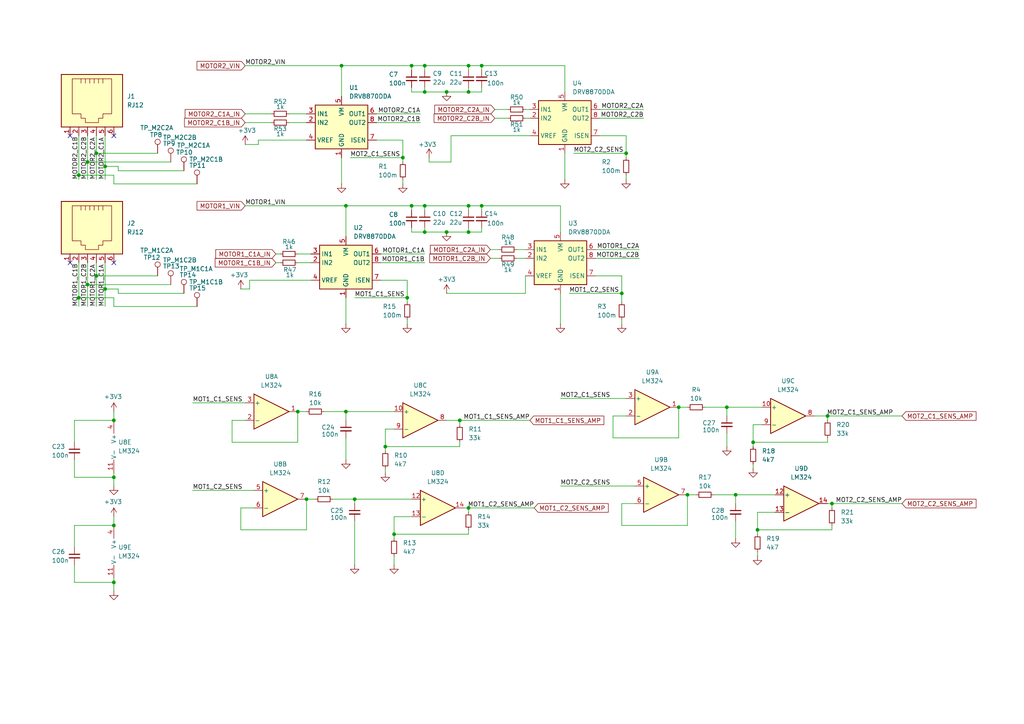
<source format=kicad_sch>
(kicad_sch (version 20231120) (generator "eeschema") (generator_version "8.0")
  (paper "A4")
  (lib_symbols
    (symbol "Amplifier_Operational:LM324" (pin_names (offset 0.127))
      (property "Reference" "U" (at 0 5.08 0))
      (property "Value" "LM324" (at 0 -5.08 0))
      (symbol "LM324_1_1"
        (polyline (pts (xy -5.08 5.08) (xy 5.08 0) (xy -5.08 -5.08) (xy -5.08 5.08)) (stroke (width 0.254)) (fill (type background)))
        (pin output line (at 7.62 0 180) (length 2.54) (name "~") (number "1"))
        (pin input line (at -7.62 -2.54 0) (length 2.54) (name "-") (number "2"))
        (pin input line (at -7.62 2.54 0) (length 2.54) (name "+") (number "3"))
      )
      (symbol "LM324_2_1"
        (polyline (pts (xy -5.08 5.08) (xy 5.08 0) (xy -5.08 -5.08) (xy -5.08 5.08)) (stroke (width 0.254)) (fill (type background)))
        (pin input line (at -7.62 2.54 0) (length 2.54) (name "+") (number "5"))
        (pin input line (at -7.62 -2.54 0) (length 2.54) (name "-") (number "6"))
        (pin output line (at 7.62 0 180) (length 2.54) (name "~") (number "7"))
      )
      (symbol "LM324_3_1"
        (polyline (pts (xy -5.08 5.08) (xy 5.08 0) (xy -5.08 -5.08) (xy -5.08 5.08)) (stroke (width 0.254)) (fill (type background)))
        (pin input line (at -7.62 2.54 0) (length 2.54) (name "+") (number "10"))
        (pin output line (at 7.62 0 180) (length 2.54) (name "~") (number "8"))
        (pin input line (at -7.62 -2.54 0) (length 2.54) (name "-") (number "9"))
      )
      (symbol "LM324_4_1"
        (polyline (pts (xy -5.08 5.08) (xy 5.08 0) (xy -5.08 -5.08) (xy -5.08 5.08)) (stroke (width 0.254)) (fill (type background)))
        (pin input line (at -7.62 2.54 0) (length 2.54) (name "+") (number "12"))
        (pin input line (at -7.62 -2.54 0) (length 2.54) (name "-") (number "13"))
        (pin output line (at 7.62 0 180) (length 2.54) (name "~") (number "14"))
      )
      (symbol "LM324_5_1"
        (pin power_in line (at -2.54 -7.62 90) (length 3.81) (name "V-") (number "11"))
        (pin power_in line (at -2.54 7.62 270) (length 3.81) (name "V+") (number "4"))
      )
    )
    (symbol "Connector:RJ12" (pin_names (offset 1.016))
      (property "Reference" "J" (at -5.08 11.43 0))
      (property "Value" "RJ12" (at 2.54 11.43 0))
      (symbol "RJ12_0_1"
        (polyline (pts (xy -6.35 -1.905) (xy -5.08 -1.905) (xy -5.08 -1.905)))
        (polyline (pts (xy -6.35 -0.635) (xy -5.08 -0.635) (xy -5.08 -0.635)))
        (polyline (pts (xy -6.35 0.635) (xy -5.08 0.635) (xy -5.08 0.635)))
        (polyline (pts (xy -6.35 1.905) (xy -5.08 1.905) (xy -5.08 1.905)))
        (polyline (pts (xy -6.35 3.175) (xy -5.08 3.175) (xy -5.08 3.175)))
        (polyline (pts (xy -5.08 4.445) (xy -6.35 4.445) (xy -6.35 4.445)))
        (polyline (pts (xy -6.35 -4.445) (xy -6.35 6.985) (xy 3.81 6.985) (xy 3.81 4.445) (xy 5.08 4.445) (xy 5.08 3.175) (xy 6.35 3.175) (xy 6.35 -0.635) (xy 5.08 -0.635) (xy 5.08 -1.905) (xy 3.81 -1.905) (xy 3.81 -4.445) (xy -6.35 -4.445) (xy -6.35 -4.445)))
        (rectangle (start 7.62 10.16) (end -7.62 -7.62) (stroke (width 0.254)) (fill (type background)))
      )
      (symbol "RJ12_1_1"
        (pin passive line (at 10.16 -5.08 180) (length 2.54) (name "~") (number "1"))
        (pin passive line (at 10.16 -2.54 180) (length 2.54) (name "~") (number "2"))
        (pin passive line (at 10.16 0 180) (length 2.54) (name "~") (number "3"))
        (pin passive line (at 10.16 2.54 180) (length 2.54) (name "~") (number "4"))
        (pin passive line (at 10.16 5.08 180) (length 2.54) (name "~") (number "5"))
        (pin passive line (at 10.16 7.62 180) (length 2.54) (name "~") (number "6"))
      )
    )
    (symbol "Connector:TestPoint" (pin_numbers hide) (pin_names (offset 0.762) hide)
      (property "Reference" "TP" (at 0 6.858 0))
      (property "Value" "TestPoint" (at 0 5.08 0))
      (symbol "TestPoint_0_1"
        (circle (center 0 3.302) (radius 0.762))
      )
      (symbol "TestPoint_1_1"
        (pin passive line (at 0 0 90) (length 2.54) (name "1") (number "1"))
      )
    )
    (symbol "Device:C_Small" (pin_numbers hide) (pin_names (offset 0.254) hide)
      (property "Reference" "C" (at 0.254 1.778 0))
      (property "Value" "C_Small" (at 0.254 -2.032 0))
      (symbol "C_Small_0_1"
        (polyline (pts (xy -1.524 -0.508) (xy 1.524 -0.508)) (stroke (width 0.3302)))
        (polyline (pts (xy -1.524 0.508) (xy 1.524 0.508)) (stroke (width 0.3048)))
      )
      (symbol "C_Small_1_1"
        (pin passive line (at 0 2.54 270) (length 2.032) (name "~") (number "1"))
        (pin passive line (at 0 -2.54 90) (length 2.032) (name "~") (number "2"))
      )
    )
    (symbol "Device:R_Small" (pin_numbers hide) (pin_names (offset 0.254) hide)
      (property "Reference" "R" (at 0.762 0.508 0))
      (property "Value" "R_Small" (at 0.762 -1.016 0))
      (symbol "R_Small_0_1"
        (rectangle (start -0.762 1.778) (end 0.762 -1.778) (stroke (width 0.2032)))
      )
      (symbol "R_Small_1_1"
        (pin passive line (at 0 2.54 270) (length 0.762) (name "~") (number "1"))
        (pin passive line (at 0 -2.54 90) (length 0.762) (name "~") (number "2"))
      )
    )
    (symbol "Driver_Motor:DRV8870DDA"
      (property "Reference" "U" (at -6.35 6.35 0))
      (property "Value" "DRV8870DDA" (at 8.89 6.35 0))
      (symbol "DRV8870DDA_0_1"
        (rectangle (start -7.62 5.08) (end 7.62 -7.62) (stroke (width 0.254)) (fill (type background)))
      )
      (symbol "DRV8870DDA_1_1"
        (pin power_in line (at 0 -10.16 90) (length 2.54) (name "GND") (number "1"))
        (pin input line (at -10.16 0 0) (length 2.54) (name "IN2") (number "2"))
        (pin input line (at -10.16 2.54 0) (length 2.54) (name "IN1") (number "3"))
        (pin input line (at -10.16 -5.08 0) (length 2.54) (name "VREF") (number "4"))
        (pin power_in line (at 0 7.62 270) (length 2.54) (name "VM") (number "5"))
        (pin output line (at 10.16 2.54 180) (length 2.54) (name "OUT1") (number "6"))
        (pin passive line (at 10.16 -5.08 180) (length 2.54) (name "ISEN") (number "7"))
        (pin output line (at 10.16 0 180) (length 2.54) (name "OUT2") (number "8"))
        (pin passive line (at 0 -10.16 90) (length 2.54) hide (name "GND") (number "9"))
      )
    )
    (symbol "power:+3V3" (power) (pin_numbers hide) (pin_names (offset 0) hide)
      (property "Value" "+3V3" (at 0 3.556 0))
      (symbol "+3V3_0_1"
        (polyline (pts (xy -0.762 1.27) (xy 0 2.54)))
        (polyline (pts (xy 0 0) (xy 0 2.54)))
        (polyline (pts (xy 0 2.54) (xy 0.762 1.27)))
      )
      (symbol "+3V3_1_1"
        (pin power_in line (at 0 0 90) (length 0) (name "~") (number "1"))
      )
    )
    (symbol "power:GND" (power) (pin_numbers hide) (pin_names (offset 0) hide)
      (property "Value" "GND" (at 0 -3.81 0))
      (symbol "GND_0_1"
        (polyline (pts (xy 0 0) (xy 0 -1.27) (xy 1.27 -1.27) (xy 0 -2.54) (xy -1.27 -1.27) (xy 0 -1.27)))
      )
      (symbol "GND_1_1"
        (pin power_in line (at 0 0 270) (length 0) (name "~") (number "1"))
      )
    )
  )
  (junction (at 118.11 86.36))
  (junction (at 119.38 19.05))
  (junction (at 111.76 129.54))
  (junction (at 27.94 44.45))
  (junction (at 86.36 119.38))
  (junction (at 30.48 83.82))
  (junction (at 33.02 121.92))
  (junction (at 25.4 82.55))
  (junction (at 129.54 67.31))
  (junction (at 199.39 143.51))
  (junction (at 100.33 59.69))
  (junction (at 116.84 45.72))
  (junction (at 123.19 59.69))
  (junction (at 33.02 168.91))
  (junction (at 102.87 144.78))
  (junction (at 33.02 152.4))
  (junction (at 210.82 118.11))
  (junction (at 33.02 138.43))
  (junction (at 135.89 59.69))
  (junction (at 240.03 120.65))
  (junction (at 213.36 143.51))
  (junction (at 135.89 67.31))
  (junction (at 180.34 85.09))
  (junction (at 22.86 86.36))
  (junction (at 99.06 19.05))
  (junction (at 114.3 154.94))
  (junction (at 27.94 80.01))
  (junction (at 218.44 128.27))
  (junction (at 123.19 26.67))
  (junction (at 30.48 48.26))
  (junction (at 139.7 59.69))
  (junction (at 135.89 26.67))
  (junction (at 25.4 46.99))
  (junction (at 22.86 50.8))
  (junction (at 139.7 19.05))
  (junction (at 135.89 147.32))
  (junction (at 123.19 19.05))
  (junction (at 123.19 67.31))
  (junction (at 135.89 19.05))
  (junction (at 119.38 59.69))
  (junction (at 181.61 44.45))
  (junction (at 196.85 118.11))
  (junction (at 100.33 119.38))
  (junction (at 133.35 121.92))
  (junction (at 241.3 146.05))
  (junction (at 129.54 26.67))
  (junction (at 219.71 153.67))
  (junction (at 88.9 144.78))
  (no_connect (at 20.32 39.37))
  (no_connect (at 33.02 76.2))
  (no_connect (at 33.02 39.37))
  (no_connect (at 20.32 76.2))
  (wire (pts (xy 83.82 33.02) (xy 88.9 33.02)))
  (wire (pts (xy 30.48 83.82) (xy 30.48 88.9)))
  (wire (pts (xy 67.31 128.27) (xy 67.31 121.92)))
  (wire (pts (xy 199.39 143.51) (xy 199.39 152.4)))
  (wire (pts (xy 152.4 31.75) (xy 153.67 31.75)))
  (wire (pts (xy 33.02 168.91) (xy 33.02 171.45)))
  (wire (pts (xy 139.7 19.05) (xy 139.7 20.32)))
  (wire (pts (xy 149.86 72.39) (xy 152.4 72.39)))
  (wire (pts (xy 142.24 72.39) (xy 144.78 72.39)))
  (wire (pts (xy 129.54 121.92) (xy 133.35 121.92)))
  (wire (pts (xy 163.83 44.45) (xy 163.83 52.07)))
  (wire (pts (xy 88.9 144.78) (xy 88.9 153.67)))
  (wire (pts (xy 240.03 127) (xy 240.03 128.27)))
  (wire (pts (xy 135.89 154.94) (xy 114.3 154.94)))
  (wire (pts (xy 33.02 167.64) (xy 33.02 168.91)))
  (wire (pts (xy 114.3 161.29) (xy 114.3 163.83)))
  (wire (pts (xy 123.19 19.05) (xy 123.19 20.32)))
  (wire (pts (xy 33.02 53.34) (xy 33.02 50.8)))
  (wire (pts (xy 196.85 118.11) (xy 199.39 118.11)))
  (wire (pts (xy 180.34 152.4) (xy 180.34 146.05)))
  (wire (pts (xy 162.56 140.97) (xy 184.15 140.97)))
  (wire (pts (xy 86.36 128.27) (xy 67.31 128.27)))
  (wire (pts (xy 86.36 76.2) (xy 90.17 76.2)))
  (wire (pts (xy 119.38 19.05) (xy 119.38 20.32)))
  (wire (pts (xy 34.29 49.53) (xy 53.34 49.53)))
  (wire (pts (xy 102.87 151.13) (xy 102.87 163.83)))
  (wire (pts (xy 33.02 137.16) (xy 33.02 138.43)))
  (wire (pts (xy 240.03 120.65) (xy 261.62 120.65)))
  (wire (pts (xy 135.89 19.05) (xy 139.7 19.05)))
  (wire (pts (xy 177.8 120.65) (xy 181.61 120.65)))
  (wire (pts (xy 57.15 88.9) (xy 33.02 88.9)))
  (wire (pts (xy 236.22 120.65) (xy 240.03 120.65)))
  (wire (pts (xy 139.7 59.69) (xy 135.89 59.69)))
  (wire (pts (xy 55.88 142.24) (xy 73.66 142.24)))
  (wire (pts (xy 114.3 149.86) (xy 119.38 149.86)))
  (wire (pts (xy 181.61 39.37) (xy 181.61 44.45)))
  (wire (pts (xy 119.38 25.4) (xy 119.38 26.67)))
  (wire (pts (xy 218.44 123.19) (xy 220.98 123.19)))
  (wire (pts (xy 210.82 118.11) (xy 204.47 118.11)))
  (wire (pts (xy 111.76 130.81) (xy 111.76 129.54)))
  (wire (pts (xy 152.4 85.09) (xy 129.54 85.09)))
  (wire (pts (xy 172.72 72.39) (xy 185.42 72.39)))
  (wire (pts (xy 72.39 81.28) (xy 90.17 81.28)))
  (wire (pts (xy 71.12 59.69) (xy 100.33 59.69)))
  (wire (pts (xy 165.1 85.09) (xy 180.34 85.09)))
  (wire (pts (xy 100.33 59.69) (xy 100.33 68.58)))
  (wire (pts (xy 123.19 66.04) (xy 123.19 67.31)))
  (wire (pts (xy 118.11 86.36) (xy 118.11 87.63)))
  (wire (pts (xy 123.19 25.4) (xy 123.19 26.67)))
  (wire (pts (xy 100.33 121.92) (xy 100.33 119.38)))
  (wire (pts (xy 109.22 35.56) (xy 121.92 35.56)))
  (wire (pts (xy 135.89 153.67) (xy 135.89 154.94)))
  (wire (pts (xy 180.34 85.09) (xy 180.34 87.63)))
  (wire (pts (xy 123.19 59.69) (xy 135.89 59.69)))
  (wire (pts (xy 71.12 33.02) (xy 78.74 33.02)))
  (wire (pts (xy 241.3 152.4) (xy 241.3 153.67)))
  (wire (pts (xy 69.85 83.82) (xy 72.39 83.82)))
  (wire (pts (xy 34.29 49.53) (xy 34.29 48.26)))
  (wire (pts (xy 86.36 119.38) (xy 88.9 119.38)))
  (wire (pts (xy 22.86 50.8) (xy 22.86 52.07)))
  (wire (pts (xy 135.89 19.05) (xy 135.89 20.32)))
  (wire (pts (xy 139.7 25.4) (xy 139.7 26.67)))
  (wire (pts (xy 123.19 26.67) (xy 129.54 26.67)))
  (wire (pts (xy 123.19 19.05) (xy 135.89 19.05)))
  (wire (pts (xy 111.76 135.89) (xy 111.76 137.16)))
  (wire (pts (xy 135.89 59.69) (xy 135.89 60.96)))
  (wire (pts (xy 130.81 39.37) (xy 153.67 39.37)))
  (wire (pts (xy 173.99 31.75) (xy 186.69 31.75)))
  (wire (pts (xy 27.94 39.37) (xy 27.94 44.45)))
  (wire (pts (xy 69.85 153.67) (xy 69.85 147.32)))
  (wire (pts (xy 180.34 146.05) (xy 184.15 146.05)))
  (wire (pts (xy 213.36 143.51) (xy 224.79 143.51)))
  (wire (pts (xy 196.85 118.11) (xy 196.85 127)))
  (wire (pts (xy 218.44 128.27) (xy 218.44 123.19)))
  (wire (pts (xy 33.02 88.9) (xy 33.02 86.36)))
  (wire (pts (xy 196.85 127) (xy 177.8 127)))
  (wire (pts (xy 55.88 116.84) (xy 71.12 116.84)))
  (wire (pts (xy 129.54 26.67) (xy 135.89 26.67)))
  (wire (pts (xy 25.4 39.37) (xy 25.4 46.99)))
  (wire (pts (xy 173.99 34.29) (xy 186.69 34.29)))
  (wire (pts (xy 210.82 120.65) (xy 210.82 118.11)))
  (wire (pts (xy 21.59 152.4) (xy 33.02 152.4)))
  (wire (pts (xy 133.35 129.54) (xy 111.76 129.54)))
  (wire (pts (xy 207.01 143.51) (xy 213.36 143.51)))
  (wire (pts (xy 83.82 35.56) (xy 88.9 35.56)))
  (wire (pts (xy 181.61 50.8) (xy 181.61 52.07)))
  (wire (pts (xy 72.39 83.82) (xy 72.39 81.28)))
  (wire (pts (xy 218.44 128.27) (xy 240.03 128.27)))
  (wire (pts (xy 219.71 153.67) (xy 219.71 148.59)))
  (wire (pts (xy 123.19 67.31) (xy 129.54 67.31)))
  (wire (pts (xy 67.31 121.92) (xy 71.12 121.92)))
  (wire (pts (xy 27.94 44.45) (xy 45.72 44.45)))
  (wire (pts (xy 162.56 115.57) (xy 181.61 115.57)))
  (wire (pts (xy 133.35 128.27) (xy 133.35 129.54)))
  (wire (pts (xy 102.87 86.36) (xy 118.11 86.36)))
  (wire (pts (xy 133.35 123.19) (xy 133.35 121.92)))
  (wire (pts (xy 71.12 19.05) (xy 99.06 19.05)))
  (wire (pts (xy 135.89 26.67) (xy 139.7 26.67)))
  (wire (pts (xy 114.3 156.21) (xy 114.3 154.94)))
  (wire (pts (xy 218.44 129.54) (xy 218.44 128.27)))
  (wire (pts (xy 143.51 34.29) (xy 147.32 34.29)))
  (wire (pts (xy 21.59 121.92) (xy 33.02 121.92)))
  (wire (pts (xy 27.94 80.01) (xy 27.94 88.9)))
  (wire (pts (xy 74.93 41.91) (xy 71.12 41.91)))
  (wire (pts (xy 199.39 152.4) (xy 180.34 152.4)))
  (wire (pts (xy 173.99 39.37) (xy 181.61 39.37)))
  (wire (pts (xy 213.36 146.05) (xy 213.36 143.51)))
  (wire (pts (xy 219.71 148.59) (xy 224.79 148.59)))
  (wire (pts (xy 21.59 133.35) (xy 21.59 138.43)))
  (wire (pts (xy 74.93 41.91) (xy 74.93 40.64)))
  (wire (pts (xy 218.44 134.62) (xy 218.44 135.89)))
  (wire (pts (xy 130.81 39.37) (xy 130.81 46.99)))
  (wire (pts (xy 119.38 26.67) (xy 123.19 26.67)))
  (wire (pts (xy 116.84 52.07) (xy 116.84 53.34)))
  (wire (pts (xy 34.29 85.09) (xy 53.34 85.09)))
  (wire (pts (xy 71.12 35.56) (xy 78.74 35.56)))
  (wire (pts (xy 25.4 46.99) (xy 49.53 46.99)))
  (wire (pts (xy 102.87 144.78) (xy 96.52 144.78)))
  (wire (pts (xy 241.3 153.67) (xy 219.71 153.67)))
  (wire (pts (xy 100.33 119.38) (xy 93.98 119.38)))
  (wire (pts (xy 172.72 74.93) (xy 185.42 74.93)))
  (wire (pts (xy 123.19 59.69) (xy 119.38 59.69)))
  (wire (pts (xy 80.01 73.66) (xy 81.28 73.66)))
  (wire (pts (xy 34.29 83.82) (xy 30.48 83.82)))
  (wire (pts (xy 100.33 119.38) (xy 114.3 119.38)))
  (wire (pts (xy 135.89 67.31) (xy 139.7 67.31)))
  (wire (pts (xy 181.61 44.45) (xy 181.61 45.72)))
  (wire (pts (xy 135.89 66.04) (xy 135.89 67.31)))
  (wire (pts (xy 219.71 154.94) (xy 219.71 153.67)))
  (wire (pts (xy 100.33 86.36) (xy 100.33 93.98)))
  (wire (pts (xy 210.82 118.11) (xy 220.98 118.11)))
  (wire (pts (xy 21.59 168.91) (xy 33.02 168.91)))
  (wire (pts (xy 219.71 160.02) (xy 219.71 161.29)))
  (wire (pts (xy 30.48 76.2) (xy 30.48 83.82)))
  (wire (pts (xy 69.85 147.32) (xy 73.66 147.32)))
  (wire (pts (xy 111.76 129.54) (xy 111.76 124.46)))
  (wire (pts (xy 25.4 82.55) (xy 25.4 88.9)))
  (wire (pts (xy 86.36 73.66) (xy 90.17 73.66)))
  (wire (pts (xy 135.89 25.4) (xy 135.89 26.67)))
  (wire (pts (xy 102.87 144.78) (xy 119.38 144.78)))
  (wire (pts (xy 34.29 85.09) (xy 34.29 83.82)))
  (wire (pts (xy 22.86 39.37) (xy 22.86 50.8)))
  (wire (pts (xy 240.03 146.05) (xy 241.3 146.05)))
  (wire (pts (xy 25.4 76.2) (xy 25.4 82.55)))
  (wire (pts (xy 130.81 46.99) (xy 124.46 46.99)))
  (wire (pts (xy 116.84 40.64) (xy 109.22 40.64)))
  (wire (pts (xy 213.36 151.13) (xy 213.36 156.21)))
  (wire (pts (xy 199.39 143.51) (xy 201.93 143.51)))
  (wire (pts (xy 99.06 45.72) (xy 99.06 53.34)))
  (wire (pts (xy 241.3 146.05) (xy 261.62 146.05)))
  (wire (pts (xy 116.84 45.72) (xy 116.84 46.99)))
  (wire (pts (xy 119.38 67.31) (xy 123.19 67.31)))
  (wire (pts (xy 119.38 66.04) (xy 119.38 67.31)))
  (wire (pts (xy 153.67 121.92) (xy 133.35 121.92)))
  (wire (pts (xy 27.94 44.45) (xy 27.94 52.07)))
  (wire (pts (xy 110.49 81.28) (xy 118.11 81.28)))
  (wire (pts (xy 119.38 59.69) (xy 100.33 59.69)))
  (wire (pts (xy 139.7 59.69) (xy 162.56 59.69)))
  (wire (pts (xy 162.56 67.31) (xy 162.56 59.69)))
  (wire (pts (xy 180.34 80.01) (xy 180.34 85.09)))
  (wire (pts (xy 101.6 45.72) (xy 116.84 45.72)))
  (wire (pts (xy 109.22 33.02) (xy 121.92 33.02)))
  (wire (pts (xy 240.03 121.92) (xy 240.03 120.65)))
  (wire (pts (xy 118.11 92.71) (xy 118.11 93.98)))
  (wire (pts (xy 80.01 76.2) (xy 81.28 76.2)))
  (wire (pts (xy 21.59 163.83) (xy 21.59 168.91)))
  (wire (pts (xy 33.02 119.38) (xy 33.02 121.92)))
  (wire (pts (xy 118.11 81.28) (xy 118.11 86.36)))
  (wire (pts (xy 177.8 127) (xy 177.8 120.65)))
  (wire (pts (xy 210.82 125.73) (xy 210.82 129.54)))
  (wire (pts (xy 139.7 59.69) (xy 139.7 60.96)))
  (wire (pts (xy 123.19 60.96) (xy 123.19 59.69)))
  (wire (pts (xy 25.4 82.55) (xy 49.53 82.55)))
  (wire (pts (xy 110.49 76.2) (xy 123.19 76.2)))
  (wire (pts (xy 111.76 124.46) (xy 114.3 124.46)))
  (wire (pts (xy 22.86 76.2) (xy 22.86 86.36)))
  (wire (pts (xy 99.06 19.05) (xy 119.38 19.05)))
  (wire (pts (xy 27.94 80.01) (xy 45.72 80.01)))
  (wire (pts (xy 166.37 44.45) (xy 181.61 44.45)))
  (wire (pts (xy 241.3 147.32) (xy 241.3 146.05)))
  (wire (pts (xy 180.34 92.71) (xy 180.34 93.98)))
  (wire (pts (xy 162.56 85.09) (xy 162.56 93.98)))
  (wire (pts (xy 27.94 76.2) (xy 27.94 80.01)))
  (wire (pts (xy 57.15 53.34) (xy 33.02 53.34)))
  (wire (pts (xy 88.9 144.78) (xy 91.44 144.78)))
  (wire (pts (xy 22.86 86.36) (xy 22.86 88.9)))
  (wire (pts (xy 135.89 147.32) (xy 154.94 147.32)))
  (wire (pts (xy 88.9 153.67) (xy 69.85 153.67)))
  (wire (pts (xy 86.36 119.38) (xy 86.36 128.27)))
  (wire (pts (xy 152.4 85.09) (xy 152.4 80.01)))
  (wire (pts (xy 25.4 46.99) (xy 25.4 52.07)))
  (wire (pts (xy 21.59 138.43) (xy 33.02 138.43)))
  (wire (pts (xy 135.89 148.59) (xy 135.89 147.32)))
  (wire (pts (xy 142.24 74.93) (xy 144.78 74.93)))
  (wire (pts (xy 139.7 19.05) (xy 163.83 19.05)))
  (wire (pts (xy 33.02 138.43) (xy 33.02 140.97)))
  (wire (pts (xy 124.46 46.99) (xy 124.46 45.72)))
  (wire (pts (xy 33.02 86.36) (xy 22.86 86.36)))
  (wire (pts (xy 21.59 158.75) (xy 21.59 152.4)))
  (wire (pts (xy 119.38 59.69) (xy 119.38 60.96)))
  (wire (pts (xy 33.02 149.86) (xy 33.02 152.4)))
  (wire (pts (xy 100.33 127) (xy 100.33 133.35)))
  (wire (pts (xy 33.02 50.8) (xy 22.86 50.8)))
  (wire (pts (xy 129.54 67.31) (xy 135.89 67.31)))
  (wire (pts (xy 102.87 146.05) (xy 102.87 144.78)))
  (wire (pts (xy 143.51 31.75) (xy 147.32 31.75)))
  (wire (pts (xy 116.84 40.64) (xy 116.84 45.72)))
  (wire (pts (xy 99.06 19.05) (xy 99.06 27.94)))
  (wire (pts (xy 163.83 26.67) (xy 163.83 19.05)))
  (wire (pts (xy 119.38 19.05) (xy 123.19 19.05)))
  (wire (pts (xy 152.4 34.29) (xy 153.67 34.29)))
  (wire (pts (xy 110.49 73.66) (xy 123.19 73.66)))
  (wire (pts (xy 134.62 147.32) (xy 135.89 147.32)))
  (wire (pts (xy 149.86 74.93) (xy 152.4 74.93)))
  (wire (pts (xy 34.29 48.26) (xy 30.48 48.26)))
  (wire (pts (xy 139.7 66.04) (xy 139.7 67.31)))
  (wire (pts (xy 114.3 154.94) (xy 114.3 149.86)))
  (wire (pts (xy 172.72 80.01) (xy 180.34 80.01)))
  (wire (pts (xy 30.48 39.37) (xy 30.48 48.26)))
  (wire (pts (xy 21.59 128.27) (xy 21.59 121.92)))
  (wire (pts (xy 30.48 48.26) (xy 30.48 52.07)))
  (wire (pts (xy 88.9 40.64) (xy 74.93 40.64)))
  (label "MOTOR2_C1B" (at 22.86 52.07 90))
  (label "MOTOR1_C1B" (at 123.19 76.2 180))
  (label "MOTOR2_C1A" (at 121.92 33.02 180))
  (label "MOTOR1_C2A" (at 185.42 72.39 180))
  (label "MOTOR1_C2A" (at 27.94 88.9 90))
  (label "MOTOR1_C1A" (at 30.48 88.9 90))
  (label "MOT2_C2_SENS_AMP" (at 261.62 146.05 180))
  (label "MOTOR2_C2A" (at 27.94 52.07 90))
  (label "MOT2_C2_SENS" (at 166.37 44.45 0))
  (label "MOT2_C1_SENS" (at 101.6 45.72 0))
  (label "MOTOR1_C2B" (at 185.42 74.93 180))
  (label "MOTOR1_VIN" (at 71.12 59.69 0))
  (label "MOT2_C1_SENS_AMP" (at 259.08 120.65 180))
  (label "MOTOR2_C2B" (at 25.4 52.07 90))
  (label "MOTOR2_C2A" (at 186.69 31.75 180))
  (label "MOTOR1_C2B" (at 25.4 88.9 90))
  (label "MOT1_C2_SENS" (at 165.1 85.09 0))
  (label "MOTOR2_C1B" (at 121.92 35.56 180))
  (label "MOT2_C1_SENS" (at 162.56 115.57 0))
  (label "MOTOR1_C1A" (at 123.19 73.66 180))
  (label "MOT2_C2_SENS" (at 162.56 140.97 0))
  (label "MOT1_C2_SENS_AMP" (at 154.94 147.32 180))
  (label "MOTOR1_C1B" (at 22.86 88.9 90))
  (label "MOT1_C1_SENS_AMP" (at 153.67 121.92 180))
  (label "MOTOR2_VIN" (at 71.12 19.05 0))
  (label "MOT1_C1_SENS" (at 55.88 116.84 0))
  (label "MOTOR2_C1A" (at 30.48 52.07 90))
  (label "MOTOR2_C2B" (at 186.69 34.29 180))
  (label "MOT1_C1_SENS" (at 102.87 86.36 0))
  (label "MOT1_C2_SENS" (at 55.88 142.24 0))
  (global_label "MOTOR2_VIN" (shape input) (at 71.12 19.05 180) (property "Intersheetrefs" "${INTERSHEET_REFS}" (effects (hide yes))))
  (global_label "MOT1_C2_SENS_AMP" (shape input) (at 154.94 147.32 0) (property "Intersheetrefs" "${INTERSHEET_REFS}" (effects (hide yes))))
  (global_label "MOTOR2_C1B_IN" (shape input) (at 71.12 35.56 180) (property "Intersheetrefs" "${INTERSHEET_REFS}" (effects (hide yes))))
  (global_label "MOT2_C2_SENS_AMP" (shape input) (at 261.62 146.05 0) (property "Intersheetrefs" "${INTERSHEET_REFS}" (effects (hide yes))))
  (global_label "MOTOR2_C2A_IN" (shape input) (at 143.51 31.75 180) (property "Intersheetrefs" "${INTERSHEET_REFS}" (effects (hide yes))))
  (global_label "MOTOR1_C2B_IN" (shape input) (at 142.24 74.93 180) (property "Intersheetrefs" "${INTERSHEET_REFS}" (effects (hide yes))))
  (global_label "MOT1_C1_SENS_AMP" (shape input) (at 153.67 121.92 0) (property "Intersheetrefs" "${INTERSHEET_REFS}" (effects (hide yes))))
  (global_label "MOTOR2_C1A_IN" (shape input) (at 71.12 33.02 180) (property "Intersheetrefs" "${INTERSHEET_REFS}" (effects (hide yes))))
  (global_label "MOTOR2_C2B_IN" (shape input) (at 143.51 34.29 180) (property "Intersheetrefs" "${INTERSHEET_REFS}" (effects (hide yes))))
  (global_label "MOTOR1_C2A_IN" (shape input) (at 142.24 72.39 180) (property "Intersheetrefs" "${INTERSHEET_REFS}" (effects (hide yes))))
  (global_label "MOTOR1_VIN" (shape input) (at 71.12 59.69 180) (property "Intersheetrefs" "${INTERSHEET_REFS}" (effects (hide yes))))
  (global_label "MOTOR1_C1A_IN" (shape input) (at 80.01 73.66 180) (property "Intersheetrefs" "${INTERSHEET_REFS}" (effects (hide yes))))
  (global_label "MOT2_C1_SENS_AMP" (shape input) (at 261.62 120.65 0) (property "Intersheetrefs" "${INTERSHEET_REFS}" (effects (hide yes))))
  (global_label "MOTOR1_C1B_IN" (shape input) (at 80.01 76.2 180) (property "Intersheetrefs" "${INTERSHEET_REFS}" (effects (hide yes))))
  (symbol (lib_id "Connector:RJ12") (at 25.4 29.21 270) (unit 1)
    (property "Reference" "J1" (at 36.83 27.9399 90) (effects (justify left)))
    (property "Value" "RJ12" (at 36.83 30.4799 90) (effects (justify left)))
    (property "Footprint" "stepper_ctrl_lib:stepper ST4" (effects (hide yes)))
    (property "Description" "RJ connector, 6P6C (6 positions 6 connected)" (effects (hide yes)))
  )
  (symbol (lib_id "Device:R_Small") (at 147.32 74.93 90) (unit 1)
    (property "Reference" "R49" (at 147.32 76.708 90))
    (property "Value" "1k" (at 147.32 78.232 90))
    (property "Footprint" "Resistor_SMD:R_0603_1608Metric" (effects (hide yes)))
    (property "Description" "JLC:  C25804" (effects (hide yes)))
    (property "LCSC" "C21190" (effects (hide yes)))
  )
  (symbol (lib_id "Connector:TestPoint") (at 49.53 82.55 0) (unit 1)
    (property "Reference" "TP13" (at 47.244 77.216 0) (effects (justify left)))
    (property "Value" "TP_M1C2B" (at 47.244 75.438 0) (effects (justify left)))
    (property "Footprint" "TestPoint:TestPoint_Pad_D1.0mm" (effects (hide yes)))
    (property "Description" "test point" (effects (hide yes)))
  )
  (symbol (lib_id "Amplifier_Operational:LM324") (at 81.28 144.78 0) (unit 2)
    (property "Reference" "U8" (at 81.28 134.62 0))
    (property "Value" "LM324" (at 81.28 137.16 0))
    (property "Footprint" "Package_SO:SOIC-14_3.9x8.7mm_P1.27mm" (effects (hide yes)))
    (property "Datasheet" "http://www.ti.com/lit/ds/symlink/lm2902-n.pdf" (effects (hide yes)))
    (property "Description" "Low-Power, Quad-Operational Amplifiers, DIP-14/SOIC-14/SSOP-14 " (effects (hide yes)))
    (property "LCSC" "C71035" (effects (hide yes)))
  )
  (symbol (lib_id "Device:R_Small") (at 118.11 90.17 0) (unit 1)
    (property "Reference" "R15" (at 110.998 88.9 0) (effects (justify left)))
    (property "Value" "100m" (at 110.998 91.44 0) (effects (justify left)))
    (property "Footprint" "Resistor_SMD:R_0603_1608Metric" (effects (hide yes)))
    (property "Description" "JLC: C111027" (effects (hide yes)))
    (property "LCSC" "C111027" (effects (hide yes)))
  )
  (symbol (lib_id "Device:R_Small") (at 240.03 124.46 0) (unit 1)
    (property "Reference" "R20" (at 242.57 123.1899 0) (effects (justify left)))
    (property "Value" "33k" (at 242.57 125.7299 0) (effects (justify left)))
    (property "Footprint" "Resistor_SMD:R_0603_1608Metric" (effects (hide yes)))
    (property "Description" "JLC:  C4216" (effects (hide yes)))
    (property "LCSC" "C4216" (effects (hide yes)))
  )
  (symbol (lib_id "Device:C_Small") (at 135.89 63.5 0) (unit 1)
    (property "Reference" "C12" (at 130.302 61.976 0) (effects (justify left)))
    (property "Value" "22u" (at 130.302 64.516 0) (effects (justify left)))
    (property "Footprint" "Inductor_SMD:L_1210_3225Metric" (effects (hide yes)))
    (property "LCSC" "C12891" (effects (hide yes)))
  )
  (symbol (lib_id "Device:R_Small") (at 91.44 119.38 90) (unit 1)
    (property "Reference" "R16" (at 91.44 114.3 90))
    (property "Value" "10k" (at 91.44 116.84 90))
    (property "Footprint" "Resistor_SMD:R_0603_1608Metric" (effects (hide yes)))
    (property "Description" "JLC:  C25804" (effects (hide yes)))
    (property "LCSC" "C25804" (effects (hide yes)))
  )
  (symbol (lib_id "Device:R_Small") (at 114.3 158.75 0) (unit 1)
    (property "Reference" "R13" (at 116.84 157.4799 0) (effects (justify left)))
    (property "Value" "4k7" (at 116.84 160.0199 0) (effects (justify left)))
    (property "Footprint" "Resistor_SMD:R_0603_1608Metric" (effects (hide yes)))
    (property "Description" "JLC:C23162" (effects (hide yes)))
    (property "LCSC" "C23162" (effects (hide yes)))
  )
  (symbol (lib_id "Device:R_Small") (at 81.28 33.02 90) (unit 1)
    (property "Reference" "R52" (at 81.28 29.464 90))
    (property "Value" "1k" (at 81.28 30.988 90))
    (property "Footprint" "Resistor_SMD:R_0603_1608Metric" (effects (hide yes)))
    (property "Description" "JLC:  C25804" (effects (hide yes)))
    (property "LCSC" "C21190" (effects (hide yes)))
  )
  (symbol (lib_id "power:GND") (at 118.11 93.98 0) (unit 1)
    (property "Reference" "#PWR06" (effects (hide yes)))
    (property "Value" "GND" (effects (hide yes)))
    (property "Description" "Power symbol creates a global label with name \"GND\" , ground" (effects (hide yes)))
  )
  (symbol (lib_id "Device:R_Small") (at 149.86 31.75 90) (unit 1)
    (property "Reference" "R50" (at 149.86 28.194 90))
    (property "Value" "1k" (at 149.86 29.718 90))
    (property "Footprint" "Resistor_SMD:R_0603_1608Metric" (effects (hide yes)))
    (property "Description" "JLC:  C25804" (effects (hide yes)))
    (property "LCSC" "C21190" (effects (hide yes)))
  )
  (symbol (lib_id "Device:R_Small") (at 116.84 49.53 0) (unit 1)
    (property "Reference" "R1" (at 109.728 48.26 0) (effects (justify left)))
    (property "Value" "100m" (at 109.728 50.8 0) (effects (justify left)))
    (property "Footprint" "Resistor_SMD:R_0603_1608Metric" (effects (hide yes)))
    (property "Description" "JLC: C111027" (effects (hide yes)))
    (property "LCSC" "C111027" (effects (hide yes)))
  )
  (symbol (lib_id "power:+3V3") (at 33.02 119.38 0) (unit 1)
    (property "Reference" "#PWR037" (effects (hide yes)))
    (property "Value" "+3V3" (at 32.766 115.062 0))
    (property "Description" "Power symbol creates a global label with name \"+3V3\"" (effects (hide yes)))
  )
  (symbol (lib_id "Device:R_Small") (at 81.28 35.56 90) (unit 1)
    (property "Reference" "R53" (at 81.28 37.338 90))
    (property "Value" "1k" (at 81.28 38.862 90))
    (property "Footprint" "Resistor_SMD:R_0603_1608Metric" (effects (hide yes)))
    (property "Description" "JLC:  C25804" (effects (hide yes)))
    (property "LCSC" "C21190" (effects (hide yes)))
  )
  (symbol (lib_id "Device:C_Small") (at 213.36 148.59 0) (unit 1)
    (property "Reference" "C28" (at 206.248 148.082 0) (effects (justify left)))
    (property "Value" "100n" (at 206.248 150.114 0) (effects (justify left)))
    (property "Footprint" "Capacitor_SMD:C_0603_1608Metric" (effects (hide yes)))
    (property "LCSC" "C14663" (effects (hide yes)))
  )
  (symbol (lib_id "Connector:TestPoint") (at 45.72 80.01 0) (unit 1)
    (property "Reference" "TP12" (at 41.656 74.676 0) (effects (justify left)))
    (property "Value" "TP_M1C2A" (at 40.64 72.644 0) (effects (justify left)))
    (property "Footprint" "TestPoint:TestPoint_Pad_D1.0mm" (effects (hide yes)))
    (property "Description" "test point" (effects (hide yes)))
  )
  (symbol (lib_id "Connector:TestPoint") (at 57.15 53.34 0) (unit 1)
    (property "Reference" "TP11" (at 54.864 48.006 0) (effects (justify left)))
    (property "Value" "TP_M2C1B" (at 54.864 46.228 0) (effects (justify left)))
    (property "Footprint" "TestPoint:TestPoint_Pad_D1.0mm" (effects (hide yes)))
    (property "Description" "test point" (effects (hide yes)))
  )
  (symbol (lib_id "Device:R_Small") (at 147.32 72.39 90) (unit 1)
    (property "Reference" "R48" (at 147.32 68.834 90))
    (property "Value" "1k" (at 147.32 70.358 90))
    (property "Footprint" "Resistor_SMD:R_0603_1608Metric" (effects (hide yes)))
    (property "Description" "JLC:  C25804" (effects (hide yes)))
    (property "LCSC" "C21190" (effects (hide yes)))
  )
  (symbol (lib_id "Device:R_Small") (at 83.82 73.66 90) (unit 1)
    (property "Reference" "R46" (at 83.82 70.104 90))
    (property "Value" "1k" (at 83.82 71.628 90))
    (property "Footprint" "Resistor_SMD:R_0603_1608Metric" (effects (hide yes)))
    (property "Description" "JLC:  C25804" (effects (hide yes)))
    (property "LCSC" "C21190" (effects (hide yes)))
  )
  (symbol (lib_id "Connector:TestPoint") (at 49.53 46.99 0) (unit 1)
    (property "Reference" "TP9" (at 47.244 41.656 0) (effects (justify left)))
    (property "Value" "TP_M2C2B" (at 47.244 39.878 0) (effects (justify left)))
    (property "Footprint" "TestPoint:TestPoint_Pad_D1.0mm" (effects (hide yes)))
    (property "Description" "test point" (effects (hide yes)))
  )
  (symbol (lib_id "Device:C_Small") (at 102.87 148.59 0) (unit 1)
    (property "Reference" "C25" (at 95.758 148.082 0) (effects (justify left)))
    (property "Value" "100n" (at 95.758 150.114 0) (effects (justify left)))
    (property "Footprint" "Capacitor_SMD:C_0603_1608Metric" (effects (hide yes)))
    (property "LCSC" "C14663" (effects (hide yes)))
  )
  (symbol (lib_id "power:GND") (at 162.56 93.98 0) (unit 1)
    (property "Reference" "#PWR016" (effects (hide yes)))
    (property "Value" "GND" (effects (hide yes)))
    (property "Description" "Power symbol creates a global label with name \"GND\" , ground" (effects (hide yes)))
  )
  (symbol (lib_id "power:GND") (at 100.33 93.98 0) (unit 1)
    (property "Reference" "#PWR04" (effects (hide yes)))
    (property "Value" "GND" (effects (hide yes)))
    (property "Description" "Power symbol creates a global label with name \"GND\" , ground" (effects (hide yes)))
  )
  (symbol (lib_id "Amplifier_Operational:LM324") (at 35.56 160.02 0) (unit 5)
    (property "Reference" "U9" (at 34.29 158.7499 0) (effects (justify left)))
    (property "Value" "LM324" (at 34.29 161.2899 0) (effects (justify left)))
    (property "Footprint" "Package_SO:SOIC-14_3.9x8.7mm_P1.27mm" (effects (hide yes)))
    (property "Datasheet" "http://www.ti.com/lit/ds/symlink/lm2902-n.pdf" (effects (hide yes)))
    (property "Description" "Low-Power, Quad-Operational Amplifiers, DIP-14/SOIC-14/SSOP-14 " (effects (hide yes)))
    (property "LCSC" "C71035" (effects (hide yes)))
  )
  (symbol (lib_id "power:GND") (at 33.02 140.97 0) (unit 1)
    (property "Reference" "#PWR038" (effects (hide yes)))
    (property "Value" "GND" (effects (hide yes)))
    (property "Description" "Power symbol creates a global label with name \"GND\" , ground" (effects (hide yes)))
  )
  (symbol (lib_id "power:GND") (at 163.83 52.07 0) (unit 1)
    (property "Reference" "#PWR017" (effects (hide yes)))
    (property "Value" "GND" (effects (hide yes)))
    (property "Description" "Power symbol creates a global label with name \"GND\" , ground" (effects (hide yes)))
  )
  (symbol (lib_id "Amplifier_Operational:LM324") (at 127 147.32 0) (unit 4)
    (property "Reference" "U8" (at 127 137.16 0))
    (property "Value" "LM324" (at 127 139.7 0))
    (property "Footprint" "Package_SO:SOIC-14_3.9x8.7mm_P1.27mm" (effects (hide yes)))
    (property "Datasheet" "http://www.ti.com/lit/ds/symlink/lm2902-n.pdf" (effects (hide yes)))
    (property "Description" "Low-Power, Quad-Operational Amplifiers, DIP-14/SOIC-14/SSOP-14 " (effects (hide yes)))
    (property "LCSC" "C71035" (effects (hide yes)))
  )
  (symbol (lib_id "Device:R_Small") (at 135.89 151.13 0) (unit 1)
    (property "Reference" "R14" (at 138.43 149.8599 0) (effects (justify left)))
    (property "Value" "33k" (at 138.43 152.3999 0) (effects (justify left)))
    (property "Footprint" "Resistor_SMD:R_0603_1608Metric" (effects (hide yes)))
    (property "Description" "JLC:  C4216" (effects (hide yes)))
    (property "LCSC" "C4216" (effects (hide yes)))
  )
  (symbol (lib_id "Device:R_Small") (at 181.61 48.26 0) (unit 1)
    (property "Reference" "R2" (at 174.498 46.99 0) (effects (justify left)))
    (property "Value" "100m" (at 174.498 49.53 0) (effects (justify left)))
    (property "Footprint" "Resistor_SMD:R_0603_1608Metric" (effects (hide yes)))
    (property "Description" "JLC: C111027" (effects (hide yes)))
    (property "LCSC" "C111027" (effects (hide yes)))
  )
  (symbol (lib_id "Connector:TestPoint") (at 45.72 44.45 0) (unit 1)
    (property "Reference" "TP8" (at 43.434 39.116 0) (effects (justify left)))
    (property "Value" "TP_M2C2A" (at 40.64 37.084 0) (effects (justify left)))
    (property "Footprint" "TestPoint:TestPoint_Pad_D1.0mm" (effects (hide yes)))
    (property "Description" "test point" (effects (hide yes)))
  )
  (symbol (lib_id "Device:C_Small") (at 135.89 22.86 0) (unit 1)
    (property "Reference" "C11" (at 130.302 21.336 0) (effects (justify left)))
    (property "Value" "22u" (at 130.302 23.876 0) (effects (justify left)))
    (property "Footprint" "Inductor_SMD:L_1210_3225Metric" (effects (hide yes)))
    (property "LCSC" "C12891" (effects (hide yes)))
  )
  (symbol (lib_id "Device:C_Small") (at 139.7 63.5 0) (unit 1)
    (property "Reference" "C14" (at 140.462 61.976 0) (effects (justify left)))
    (property "Value" "100n" (at 141.224 64.77 0) (effects (justify left)))
    (property "Footprint" "Capacitor_SMD:C_0603_1608Metric" (effects (hide yes)))
    (property "LCSC" "C14663" (effects (hide yes)))
  )
  (symbol (lib_id "Device:C_Small") (at 210.82 123.19 0) (unit 1)
    (property "Reference" "C27" (at 203.708 122.682 0) (effects (justify left)))
    (property "Value" "100n" (at 203.708 124.714 0) (effects (justify left)))
    (property "Footprint" "Capacitor_SMD:C_0603_1608Metric" (effects (hide yes)))
    (property "LCSC" "C14663" (effects (hide yes)))
  )
  (symbol (lib_id "Amplifier_Operational:LM324") (at 121.92 121.92 0) (unit 3)
    (property "Reference" "U8" (at 121.92 111.76 0))
    (property "Value" "LM324" (at 121.92 114.3 0))
    (property "Footprint" "Package_SO:SOIC-14_3.9x8.7mm_P1.27mm" (effects (hide yes)))
    (property "Datasheet" "http://www.ti.com/lit/ds/symlink/lm2902-n.pdf" (effects (hide yes)))
    (property "Description" "Low-Power, Quad-Operational Amplifiers, DIP-14/SOIC-14/SSOP-14 " (effects (hide yes)))
    (property "LCSC" "C71035" (effects (hide yes)))
  )
  (symbol (lib_id "power:+3V3") (at 71.12 41.91 0) (unit 1)
    (property "Reference" "#PWR01" (effects (hide yes)))
    (property "Value" "+3V3" (at 71.628 37.846 0))
    (property "Description" "Power symbol creates a global label with name \"+3V3\"" (effects (hide yes)))
  )
  (symbol (lib_id "power:GND") (at 114.3 163.83 0) (unit 1)
    (property "Reference" "#PWR035" (effects (hide yes)))
    (property "Value" "GND" (effects (hide yes)))
    (property "Description" "Power symbol creates a global label with name \"GND\" , ground" (effects (hide yes)))
  )
  (symbol (lib_id "Device:R_Small") (at 218.44 132.08 0) (unit 1)
    (property "Reference" "R18" (at 220.98 130.8099 0) (effects (justify left)))
    (property "Value" "4k7" (at 220.98 133.3499 0) (effects (justify left)))
    (property "Footprint" "Resistor_SMD:R_0603_1608Metric" (effects (hide yes)))
    (property "Description" "JLC:C23162" (effects (hide yes)))
    (property "LCSC" "C23162" (effects (hide yes)))
  )
  (symbol (lib_id "Connector:TestPoint") (at 57.15 88.9 0) (unit 1)
    (property "Reference" "TP15" (at 54.864 83.566 0) (effects (justify left)))
    (property "Value" "TP_M1C1B" (at 54.864 81.788 0) (effects (justify left)))
    (property "Footprint" "TestPoint:TestPoint_Pad_D1.0mm" (effects (hide yes)))
    (property "Description" "test point" (effects (hide yes)))
  )
  (symbol (lib_id "power:GND") (at 180.34 93.98 0) (unit 1)
    (property "Reference" "#PWR018" (effects (hide yes)))
    (property "Value" "GND" (effects (hide yes)))
    (property "Description" "Power symbol creates a global label with name \"GND\" , ground" (effects (hide yes)))
  )
  (symbol (lib_id "Device:C_Small") (at 123.19 63.5 0) (unit 1)
    (property "Reference" "C10" (at 125.476 61.976 0) (effects (justify left)))
    (property "Value" "22u" (at 125.476 64.516 0) (effects (justify left)))
    (property "Footprint" "Inductor_SMD:L_1210_3225Metric" (effects (hide yes)))
    (property "LCSC" "C12891" (effects (hide yes)))
  )
  (symbol (lib_id "Device:R_Small") (at 133.35 125.73 0) (unit 1)
    (property "Reference" "R11" (at 135.89 124.4599 0) (effects (justify left)))
    (property "Value" "33k" (at 135.89 126.9999 0) (effects (justify left)))
    (property "Footprint" "Resistor_SMD:R_0603_1608Metric" (effects (hide yes)))
    (property "Description" "JLC:  C4216" (effects (hide yes)))
    (property "LCSC" "C4216" (effects (hide yes)))
  )
  (symbol (lib_id "power:GND") (at 111.76 137.16 0) (unit 1)
    (property "Reference" "#PWR039" (effects (hide yes)))
    (property "Value" "GND" (effects (hide yes)))
    (property "Description" "Power symbol creates a global label with name \"GND\" , ground" (effects (hide yes)))
  )
  (symbol (lib_id "Device:C_Small") (at 21.59 161.29 0) (unit 1)
    (property "Reference" "C26" (at 14.986 160.02 0) (effects (justify left)))
    (property "Value" "100n" (at 14.986 162.56 0) (effects (justify left)))
    (property "Footprint" "Capacitor_SMD:C_0603_1608Metric" (effects (hide yes)))
    (property "LCSC" "C14663" (effects (hide yes)))
  )
  (symbol (lib_id "power:+3V3") (at 69.85 83.82 0) (unit 1)
    (property "Reference" "#PWR02" (effects (hide yes)))
    (property "Value" "+3V3" (at 69.342 79.756 0))
    (property "Description" "Power symbol creates a global label with name \"+3V3\"" (effects (hide yes)))
  )
  (symbol (lib_id "power:GND") (at 33.02 171.45 0) (unit 1)
    (property "Reference" "#PWR040" (effects (hide yes)))
    (property "Value" "GND" (effects (hide yes)))
    (property "Description" "Power symbol creates a global label with name \"GND\" , ground" (effects (hide yes)))
  )
  (symbol (lib_id "Device:C_Small") (at 123.19 22.86 0) (unit 1)
    (property "Reference" "C9" (at 125.476 21.336 0) (effects (justify left)))
    (property "Value" "22u" (at 125.476 23.876 0) (effects (justify left)))
    (property "Footprint" "Inductor_SMD:L_1210_3225Metric" (effects (hide yes)))
    (property "LCSC" "C12891" (effects (hide yes)))
  )
  (symbol (lib_id "power:GND") (at 102.87 163.83 0) (unit 1)
    (property "Reference" "#PWR078" (effects (hide yes)))
    (property "Value" "GND" (effects (hide yes)))
    (property "Description" "Power symbol creates a global label with name \"GND\" , ground" (effects (hide yes)))
  )
  (symbol (lib_id "Driver_Motor:DRV8870DDA") (at 99.06 35.56 0) (unit 1)
    (property "Reference" "U1" (at 101.2541 25.4 0) (effects (justify left)))
    (property "Value" "DRV8870DDA" (at 101.2541 27.94 0) (effects (justify left)))
    (property "Footprint" "Package_SO:Texas_HTSOP-8-1EP_3.9x4.9mm_P1.27mm_EP2.95x4.9mm_Mask2.4x3.1mm_ThermalVias" (effects (hide yes)))
    (property "Datasheet" "http://www.ti.com/lit/ds/symlink/drv8870.pdf" (effects (hide yes)))
    (property "Description" "Brushed DC Motor Driver, PWM Control, 45V, 3.6A, Dynamic current limiting, HTSOP-8 " (effects (hide yes)))
    (property "LCSC" "C86590" (effects (hide yes)))
  )
  (symbol (lib_id "power:GND") (at 181.61 52.07 0) (unit 1)
    (property "Reference" "#PWR019" (effects (hide yes)))
    (property "Value" "GND" (effects (hide yes)))
    (property "Description" "Power symbol creates a global label with name \"GND\" , ground" (effects (hide yes)))
  )
  (symbol (lib_id "Device:R_Small") (at 180.34 90.17 0) (unit 1)
    (property "Reference" "R3" (at 173.228 88.9 0) (effects (justify left)))
    (property "Value" "100m" (at 173.228 91.44 0) (effects (justify left)))
    (property "Footprint" "Resistor_SMD:R_0603_1608Metric" (effects (hide yes)))
    (property "Description" "JLC: C111027" (effects (hide yes)))
    (property "LCSC" "C111027" (effects (hide yes)))
  )
  (symbol (lib_id "Device:R_Small") (at 204.47 143.51 90) (unit 1)
    (property "Reference" "R17" (at 204.47 138.43 90))
    (property "Value" "10k" (at 204.47 140.97 90))
    (property "Footprint" "Resistor_SMD:R_0603_1608Metric" (effects (hide yes)))
    (property "Description" "JLC:  C25804" (effects (hide yes)))
    (property "LCSC" "C25804" (effects (hide yes)))
  )
  (symbol (lib_id "power:GND") (at 213.36 156.21 0) (unit 1)
    (property "Reference" "#PWR080" (effects (hide yes)))
    (property "Value" "GND" (effects (hide yes)))
    (property "Description" "Power symbol creates a global label with name \"GND\" , ground" (effects (hide yes)))
  )
  (symbol (lib_id "Amplifier_Operational:LM324") (at 232.41 146.05 0) (unit 4)
    (property "Reference" "U9" (at 232.41 135.89 0))
    (property "Value" "LM324" (at 232.41 138.43 0))
    (property "Footprint" "Package_SO:SOIC-14_3.9x8.7mm_P1.27mm" (effects (hide yes)))
    (property "Datasheet" "http://www.ti.com/lit/ds/symlink/lm2902-n.pdf" (effects (hide yes)))
    (property "Description" "Low-Power, Quad-Operational Amplifiers, DIP-14/SOIC-14/SSOP-14 " (effects (hide yes)))
    (property "LCSC" "C71035" (effects (hide yes)))
  )
  (symbol (lib_id "Device:C_Small") (at 119.38 22.86 0) (unit 1)
    (property "Reference" "C7" (at 112.776 21.59 0) (effects (justify left)))
    (property "Value" "100n" (at 112.776 24.13 0) (effects (justify left)))
    (property "Footprint" "Capacitor_SMD:C_0603_1608Metric" (effects (hide yes)))
    (property "LCSC" "C14663" (effects (hide yes)))
  )
  (symbol (lib_id "Device:R_Small") (at 219.71 157.48 0) (unit 1)
    (property "Reference" "R19" (at 222.25 156.2099 0) (effects (justify left)))
    (property "Value" "4k7" (at 222.25 158.7499 0) (effects (justify left)))
    (property "Footprint" "Resistor_SMD:R_0603_1608Metric" (effects (hide yes)))
    (property "Description" "JLC:C23162" (effects (hide yes)))
    (property "LCSC" "C23162" (effects (hide yes)))
  )
  (symbol (lib_id "Device:C_Small") (at 139.7 22.86 0) (unit 1)
    (property "Reference" "C13" (at 140.462 21.336 0) (effects (justify left)))
    (property "Value" "100n" (at 141.224 24.13 0) (effects (justify left)))
    (property "Footprint" "Capacitor_SMD:C_0603_1608Metric" (effects (hide yes)))
    (property "LCSC" "C14663" (effects (hide yes)))
  )
  (symbol (lib_id "power:GND") (at 218.44 135.89 0) (unit 1)
    (property "Reference" "#PWR043" (effects (hide yes)))
    (property "Value" "GND" (effects (hide yes)))
    (property "Description" "Power symbol creates a global label with name \"GND\" , ground" (effects (hide yes)))
  )
  (symbol (lib_id "Device:C_Small") (at 100.33 124.46 0) (unit 1)
    (property "Reference" "C24" (at 93.218 123.952 0) (effects (justify left)))
    (property "Value" "100n" (at 93.218 125.984 0) (effects (justify left)))
    (property "Footprint" "Capacitor_SMD:C_0603_1608Metric" (effects (hide yes)))
    (property "LCSC" "C14663" (effects (hide yes)))
  )
  (symbol (lib_id "power:GND") (at 100.33 133.35 0) (unit 1)
    (property "Reference" "#PWR079" (effects (hide yes)))
    (property "Value" "GND" (effects (hide yes)))
    (property "Description" "Power symbol creates a global label with name \"GND\" , ground" (effects (hide yes)))
  )
  (symbol (lib_id "Device:R_Small") (at 83.82 76.2 90) (unit 1)
    (property "Reference" "R47" (at 84.074 78.232 90))
    (property "Value" "1k" (at 84.074 79.756 90))
    (property "Footprint" "Resistor_SMD:R_0603_1608Metric" (effects (hide yes)))
    (property "Description" "JLC:  C25804" (effects (hide yes)))
    (property "LCSC" "C21190" (effects (hide yes)))
  )
  (symbol (lib_id "power:GND") (at 219.71 161.29 0) (unit 1)
    (property "Reference" "#PWR044" (effects (hide yes)))
    (property "Value" "GND" (effects (hide yes)))
    (property "Description" "Power symbol creates a global label with name \"GND\" , ground" (effects (hide yes)))
  )
  (symbol (lib_id "Connector:RJ12") (at 25.4 66.04 270) (unit 1)
    (property "Reference" "J2" (at 36.83 64.7699 90) (effects (justify left)))
    (property "Value" "RJ12" (at 36.83 67.3099 90) (effects (justify left)))
    (property "Footprint" "stepper_ctrl_lib:stepper ST4" (effects (hide yes)))
    (property "Description" "RJ connector, 6P6C (6 positions 6 connected)" (effects (hide yes)))
  )
  (symbol (lib_id "Driver_Motor:DRV8870DDA") (at 163.83 34.29 0) (unit 1)
    (property "Reference" "U4" (at 166.0241 24.13 0) (effects (justify left)))
    (property "Value" "DRV8870DDA" (at 166.0241 26.67 0) (effects (justify left)))
    (property "Footprint" "Package_SO:Texas_HTSOP-8-1EP_3.9x4.9mm_P1.27mm_EP2.95x4.9mm_Mask2.4x3.1mm_ThermalVias" (effects (hide yes)))
    (property "Datasheet" "http://www.ti.com/lit/ds/symlink/drv8870.pdf" (effects (hide yes)))
    (property "Description" "Brushed DC Motor Driver, PWM Control, 45V, 3.6A, Dynamic current limiting, HTSOP-8 " (effects (hide yes)))
    (property "LCSC" "C86590" (effects (hide yes)))
  )
  (symbol (lib_id "Driver_Motor:DRV8870DDA") (at 100.33 76.2 0) (unit 1)
    (property "Reference" "U2" (at 102.5241 66.04 0) (effects (justify left)))
    (property "Value" "DRV8870DDA" (at 102.5241 68.58 0) (effects (justify left)))
    (property "Footprint" "Package_SO:Texas_HTSOP-8-1EP_3.9x4.9mm_P1.27mm_EP2.95x4.9mm_Mask2.4x3.1mm_ThermalVias" (effects (hide yes)))
    (property "Datasheet" "http://www.ti.com/lit/ds/symlink/drv8870.pdf" (effects (hide yes)))
    (property "Description" "Brushed DC Motor Driver, PWM Control, 45V, 3.6A, Dynamic current limiting, HTSOP-8 " (effects (hide yes)))
    (property "LCSC" "C86590" (effects (hide yes)))
  )
  (symbol (lib_id "power:GND") (at 129.54 67.31 0) (unit 1)
    (property "Reference" "#PWR013" (effects (hide yes)))
    (property "Value" "GND" (effects (hide yes)))
    (property "Description" "Power symbol creates a global label with name \"GND\" , ground" (effects (hide yes)))
  )
  (symbol (lib_id "Amplifier_Operational:LM324") (at 189.23 118.11 0) (unit 1)
    (property "Reference" "U9" (at 189.23 107.95 0))
    (property "Value" "LM324" (at 189.23 110.49 0))
    (property "Footprint" "Package_SO:SOIC-14_3.9x8.7mm_P1.27mm" (effects (hide yes)))
    (property "Datasheet" "http://www.ti.com/lit/ds/symlink/lm2902-n.pdf" (effects (hide yes)))
    (property "Description" "Low-Power, Quad-Operational Amplifiers, DIP-14/SOIC-14/SSOP-14 " (effects (hide yes)))
    (property "LCSC" "C71035" (effects (hide yes)))
  )
  (symbol (lib_id "Device:R_Small") (at 93.98 144.78 90) (unit 1)
    (property "Reference" "R12" (at 93.98 139.7 90))
    (property "Value" "10k" (at 93.98 142.24 90))
    (property "Footprint" "Resistor_SMD:R_0603_1608Metric" (effects (hide yes)))
    (property "Description" "JLC:  C25804" (effects (hide yes)))
    (property "LCSC" "C25804" (effects (hide yes)))
  )
  (symbol (lib_id "Connector:TestPoint") (at 53.34 85.09 0) (unit 1)
    (property "Reference" "TP14" (at 52.07 79.756 0) (effects (justify left)))
    (property "Value" "TP_M1C1A" (at 52.07 77.978 0) (effects (justify left)))
    (property "Footprint" "TestPoint:TestPoint_Pad_D1.0mm" (effects (hide yes)))
    (property "Description" "test point" (effects (hide yes)))
  )
  (symbol (lib_id "Device:R_Small") (at 241.3 149.86 0) (unit 1)
    (property "Reference" "R21" (at 243.84 148.5899 0) (effects (justify left)))
    (property "Value" "33k" (at 243.84 151.1299 0) (effects (justify left)))
    (property "Footprint" "Resistor_SMD:R_0603_1608Metric" (effects (hide yes)))
    (property "Description" "JLC:  C4216" (effects (hide yes)))
    (property "LCSC" "C4216" (effects (hide yes)))
  )
  (symbol (lib_id "Driver_Motor:DRV8870DDA") (at 162.56 74.93 0) (unit 1)
    (property "Reference" "U3" (at 164.7541 64.77 0) (effects (justify left)))
    (property "Value" "DRV8870DDA" (at 164.7541 67.31 0) (effects (justify left)))
    (property "Footprint" "Package_SO:Texas_HTSOP-8-1EP_3.9x4.9mm_P1.27mm_EP2.95x4.9mm_Mask2.4x3.1mm_ThermalVias" (effects (hide yes)))
    (property "Datasheet" "http://www.ti.com/lit/ds/symlink/drv8870.pdf" (effects (hide yes)))
    (property "Description" "Brushed DC Motor Driver, PWM Control, 45V, 3.6A, Dynamic current limiting, HTSOP-8 " (effects (hide yes)))
    (property "LCSC" "C86590" (effects (hide yes)))
  )
  (symbol (lib_id "Amplifier_Operational:LM324") (at 78.74 119.38 0) (unit 1)
    (property "Reference" "U8" (at 78.74 109.22 0))
    (property "Value" "LM324" (at 78.74 111.76 0))
    (property "Footprint" "Package_SO:SOIC-14_3.9x8.7mm_P1.27mm" (effects (hide yes)))
    (property "Datasheet" "http://www.ti.com/lit/ds/symlink/lm2902-n.pdf" (effects (hide yes)))
    (property "Description" "Low-Power, Quad-Operational Amplifiers, DIP-14/SOIC-14/SSOP-14 " (effects (hide yes)))
    (property "LCSC" "C71035" (effects (hide yes)))
  )
  (symbol (lib_id "Device:R_Small") (at 111.76 133.35 0) (unit 1)
    (property "Reference" "R10" (at 114.3 132.0799 0) (effects (justify left)))
    (property "Value" "4k7" (at 114.3 134.6199 0) (effects (justify left)))
    (property "Footprint" "Resistor_SMD:R_0603_1608Metric" (effects (hide yes)))
    (property "Description" "JLC:C23162" (effects (hide yes)))
    (property "LCSC" "C23162" (effects (hide yes)))
  )
  (symbol (lib_id "power:GND") (at 116.84 53.34 0) (unit 1)
    (property "Reference" "#PWR05" (effects (hide yes)))
    (property "Value" "GND" (effects (hide yes)))
    (property "Description" "Power symbol creates a global label with name \"GND\" , ground" (effects (hide yes)))
  )
  (symbol (lib_id "power:GND") (at 210.82 129.54 0) (unit 1)
    (property "Reference" "#PWR081" (effects (hide yes)))
    (property "Value" "GND" (effects (hide yes)))
    (property "Description" "Power symbol creates a global label with name \"GND\" , ground" (effects (hide yes)))
  )
  (symbol (lib_id "power:+3V3") (at 124.46 45.72 0) (unit 1)
    (property "Reference" "#PWR014" (effects (hide yes)))
    (property "Value" "+3V3" (at 123.952 41.91 0))
    (property "Description" "Power symbol creates a global label with name \"+3V3\"" (effects (hide yes)))
  )
  (symbol (lib_id "Device:C_Small") (at 21.59 130.81 0) (unit 1)
    (property "Reference" "C23" (at 14.986 129.54 0) (effects (justify left)))
    (property "Value" "100n" (at 14.986 132.08 0) (effects (justify left)))
    (property "Footprint" "Capacitor_SMD:C_0603_1608Metric" (effects (hide yes)))
    (property "LCSC" "C14663" (effects (hide yes)))
  )
  (symbol (lib_id "power:+3V3") (at 33.02 149.86 0) (unit 1)
    (property "Reference" "#PWR036" (effects (hide yes)))
    (property "Value" "+3V3" (at 32.766 145.542 0))
    (property "Description" "Power symbol creates a global label with name \"+3V3\"" (effects (hide yes)))
  )
  (symbol (lib_id "Amplifier_Operational:LM324") (at 191.77 143.51 0) (unit 2)
    (property "Reference" "U9" (at 191.77 133.35 0))
    (property "Value" "LM324" (at 191.77 135.89 0))
    (property "Footprint" "Package_SO:SOIC-14_3.9x8.7mm_P1.27mm" (effects (hide yes)))
    (property "Datasheet" "http://www.ti.com/lit/ds/symlink/lm2902-n.pdf" (effects (hide yes)))
    (property "Description" "Low-Power, Quad-Operational Amplifiers, DIP-14/SOIC-14/SSOP-14 " (effects (hide yes)))
    (property "LCSC" "C71035" (effects (hide yes)))
  )
  (symbol (lib_id "Connector:TestPoint") (at 53.34 49.53 0) (unit 1)
    (property "Reference" "TP10" (at 51.054 44.196 0) (effects (justify left)))
    (property "Value" "TP_M2C1A" (at 51.308 42.164 0) (effects (justify left)))
    (property "Footprint" "TestPoint:TestPoint_Pad_D1.0mm" (effects (hide yes)))
    (property "Description" "test point" (effects (hide yes)))
  )
  (symbol (lib_id "Amplifier_Operational:LM324") (at 228.6 120.65 0) (unit 3)
    (property "Reference" "U9" (at 228.6 110.49 0))
    (property "Value" "LM324" (at 228.6 113.03 0))
    (property "Footprint" "Package_SO:SOIC-14_3.9x8.7mm_P1.27mm" (effects (hide yes)))
    (property "Datasheet" "http://www.ti.com/lit/ds/symlink/lm2902-n.pdf" (effects (hide yes)))
    (property "Description" "Low-Power, Quad-Operational Amplifiers, DIP-14/SOIC-14/SSOP-14 " (effects (hide yes)))
    (property "LCSC" "C71035" (effects (hide yes)))
  )
  (symbol (lib_id "power:GND") (at 99.06 53.34 0) (unit 1)
    (property "Reference" "#PWR03" (effects (hide yes)))
    (property "Value" "GND" (effects (hide yes)))
    (property "Description" "Power symbol creates a global label with name \"GND\" , ground" (effects (hide yes)))
  )
  (symbol (lib_id "Device:C_Small") (at 119.38 63.5 0) (unit 1)
    (property "Reference" "C8" (at 112.776 62.23 0) (effects (justify left)))
    (property "Value" "100n" (at 112.776 64.77 0) (effects (justify left)))
    (property "Footprint" "Capacitor_SMD:C_0603_1608Metric" (effects (hide yes)))
    (property "LCSC" "C14663" (effects (hide yes)))
  )
  (symbol (lib_id "Device:R_Small") (at 149.86 34.29 90) (unit 1)
    (property "Reference" "R51" (at 149.86 36.068 90))
    (property "Value" "1k" (at 149.86 37.592 90))
    (property "Footprint" "Resistor_SMD:R_0603_1608Metric" (effects (hide yes)))
    (property "Description" "JLC:  C25804" (effects (hide yes)))
    (property "LCSC" "C21190" (effects (hide yes)))
  )
  (symbol (lib_id "Amplifier_Operational:LM324") (at 35.56 129.54 0) (unit 5)
    (property "Reference" "U8" (at 34.29 128.2699 0) (effects (justify left)))
    (property "Value" "LM324" (at 34.29 130.8099 0) (effects (justify left)))
    (property "Footprint" "Package_SO:SOIC-14_3.9x8.7mm_P1.27mm" (effects (hide yes)))
    (property "Datasheet" "http://www.ti.com/lit/ds/symlink/lm2902-n.pdf" (effects (hide yes)))
    (property "Description" "Low-Power, Quad-Operational Amplifiers, DIP-14/SOIC-14/SSOP-14 " (effects (hide yes)))
    (property "LCSC" "C71035" (effects (hide yes)))
  )
  (symbol (lib_id "power:+3V3") (at 129.54 85.09 0) (unit 1)
    (property "Reference" "#PWR015" (effects (hide yes)))
    (property "Value" "+3V3" (at 129.54 81.026 0))
    (property "Description" "Power symbol creates a global label with name \"+3V3\"" (effects (hide yes)))
  )
  (symbol (lib_id "Device:R_Small") (at 201.93 118.11 90) (unit 1)
    (property "Reference" "R4" (at 201.93 113.03 90))
    (property "Value" "10k" (at 201.93 115.57 90))
    (property "Footprint" "Resistor_SMD:R_0603_1608Metric" (effects (hide yes)))
    (property "Description" "JLC:  C25804" (effects (hide yes)))
    (property "LCSC" "C25804" (effects (hide yes)))
  )
  (symbol (lib_id "power:GND") (at 129.54 26.67 0) (unit 1)
    (property "Reference" "#PWR07" (effects (hide yes)))
    (property "Value" "GND" (effects (hide yes)))
    (property "Description" "Power symbol creates a global label with name \"GND\" , ground" (effects (hide yes)))
  )
)
</source>
